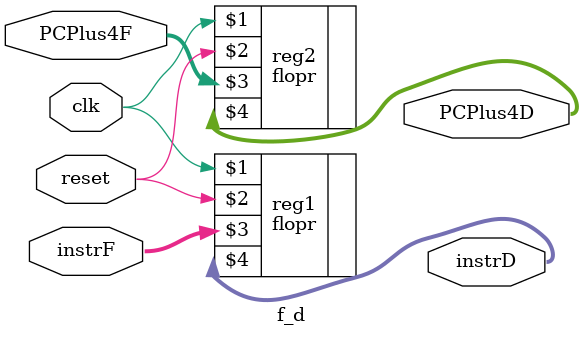
<source format=sv>
module f_d (
    input logic clk, reset,
    input logic[31:0] instrF,
    input logic[31:0] PCPlus4F,
    output logic[31:0] instrD,
    output logic[31:0] PCPlus4D
);
 
 flopr #(32) reg1(clk, reset, instrF, instrD);
 
 flopr #(32) reg2(clk, reset, PCPlus4F, PCPlus4D);
 
endmodule
</source>
